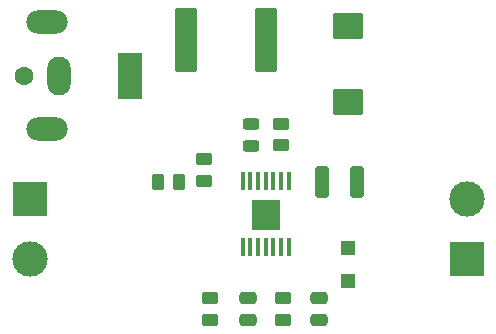
<source format=gts>
%TF.GenerationSoftware,KiCad,Pcbnew,7.0.5-1.fc38*%
%TF.CreationDate,2023-07-21T11:59:43-04:00*%
%TF.ProjectId,driver-v0,64726976-6572-42d7-9630-2e6b69636164,rev?*%
%TF.SameCoordinates,Original*%
%TF.FileFunction,Soldermask,Top*%
%TF.FilePolarity,Negative*%
%FSLAX46Y46*%
G04 Gerber Fmt 4.6, Leading zero omitted, Abs format (unit mm)*
G04 Created by KiCad (PCBNEW 7.0.5-1.fc38) date 2023-07-21 11:59:43*
%MOMM*%
%LPD*%
G01*
G04 APERTURE LIST*
G04 Aperture macros list*
%AMRoundRect*
0 Rectangle with rounded corners*
0 $1 Rounding radius*
0 $2 $3 $4 $5 $6 $7 $8 $9 X,Y pos of 4 corners*
0 Add a 4 corners polygon primitive as box body*
4,1,4,$2,$3,$4,$5,$6,$7,$8,$9,$2,$3,0*
0 Add four circle primitives for the rounded corners*
1,1,$1+$1,$2,$3*
1,1,$1+$1,$4,$5*
1,1,$1+$1,$6,$7*
1,1,$1+$1,$8,$9*
0 Add four rect primitives between the rounded corners*
20,1,$1+$1,$2,$3,$4,$5,0*
20,1,$1+$1,$4,$5,$6,$7,0*
20,1,$1+$1,$6,$7,$8,$9,0*
20,1,$1+$1,$8,$9,$2,$3,0*%
G04 Aperture macros list end*
%ADD10C,0.010000*%
%ADD11RoundRect,0.250000X0.450000X-0.262500X0.450000X0.262500X-0.450000X0.262500X-0.450000X-0.262500X0*%
%ADD12RoundRect,0.250000X-0.262500X-0.450000X0.262500X-0.450000X0.262500X0.450000X-0.262500X0.450000X0*%
%ADD13RoundRect,0.250000X-0.325000X-1.100000X0.325000X-1.100000X0.325000X1.100000X-0.325000X1.100000X0*%
%ADD14RoundRect,0.250000X-0.712500X-2.475000X0.712500X-2.475000X0.712500X2.475000X-0.712500X2.475000X0*%
%ADD15RoundRect,0.250000X-0.450000X0.262500X-0.450000X-0.262500X0.450000X-0.262500X0.450000X0.262500X0*%
%ADD16R,0.300000X1.600000*%
%ADD17R,1.200000X1.200000*%
%ADD18R,3.000000X3.000000*%
%ADD19C,3.000000*%
%ADD20RoundRect,0.243750X0.456250X-0.243750X0.456250X0.243750X-0.456250X0.243750X-0.456250X-0.243750X0*%
%ADD21RoundRect,0.250000X0.475000X-0.250000X0.475000X0.250000X-0.475000X0.250000X-0.475000X-0.250000X0*%
%ADD22C,1.600000*%
%ADD23R,2.000000X4.000000*%
%ADD24O,2.000000X3.300000*%
%ADD25O,3.500000X2.000000*%
%ADD26RoundRect,0.250000X1.025000X-0.875000X1.025000X0.875000X-1.025000X0.875000X-1.025000X-0.875000X0*%
G04 APERTURE END LIST*
%TO.C,U1*%
D10*
X151155000Y-118980000D02*
X148845000Y-118980000D01*
X148845000Y-116520000D01*
X151155000Y-116520000D01*
X151155000Y-118980000D01*
G36*
X151155000Y-118980000D02*
G01*
X148845000Y-118980000D01*
X148845000Y-116520000D01*
X151155000Y-116520000D01*
X151155000Y-118980000D01*
G37*
%TD*%
D11*
%TO.C,R3*%
X145250000Y-126662500D03*
X145250000Y-124837500D03*
%TD*%
D12*
%TO.C,R1*%
X140837500Y-115000000D03*
X142662500Y-115000000D03*
%TD*%
D13*
%TO.C,C3*%
X154775000Y-115000000D03*
X157725000Y-115000000D03*
%TD*%
D14*
%TO.C,F1*%
X143212500Y-103000000D03*
X149987500Y-103000000D03*
%TD*%
D15*
%TO.C,R5*%
X144750000Y-113087500D03*
X144750000Y-114912500D03*
%TD*%
D16*
%TO.C,U1*%
X148050000Y-120550000D03*
X148700000Y-120550000D03*
X149350000Y-120550000D03*
X150000000Y-120550000D03*
X150650000Y-120550000D03*
X151300000Y-120550000D03*
X151950000Y-120550000D03*
X151950000Y-114950000D03*
X151300000Y-114950000D03*
X150650000Y-114950000D03*
X150000000Y-114950000D03*
X149350000Y-114950000D03*
X148700000Y-114950000D03*
X148050000Y-114950000D03*
%TD*%
D17*
%TO.C,D2*%
X157000000Y-120600000D03*
X157000000Y-123400000D03*
%TD*%
D18*
%TO.C,J2*%
X130000000Y-116460000D03*
D19*
X130000000Y-121540000D03*
%TD*%
D20*
%TO.C,D1*%
X148750000Y-111937500D03*
X148750000Y-110062500D03*
%TD*%
D21*
%TO.C,C4*%
X148500000Y-126700000D03*
X148500000Y-124800000D03*
%TD*%
D11*
%TO.C,R2*%
X151500000Y-126662500D03*
X151500000Y-124837500D03*
%TD*%
D22*
%TO.C,J3*%
X129500000Y-106000000D03*
D23*
X138500000Y-106000000D03*
D24*
X132500000Y-106000000D03*
D25*
X131500000Y-101500000D03*
X131500000Y-110500000D03*
%TD*%
D11*
%TO.C,R4*%
X151250000Y-111912500D03*
X151250000Y-110087500D03*
%TD*%
D21*
%TO.C,C5*%
X154500000Y-126700000D03*
X154500000Y-124800000D03*
%TD*%
D18*
%TO.C,J1*%
X167000000Y-121500000D03*
D19*
X167000000Y-116420000D03*
%TD*%
D26*
%TO.C,C1*%
X157000000Y-108200000D03*
X157000000Y-101800000D03*
%TD*%
M02*

</source>
